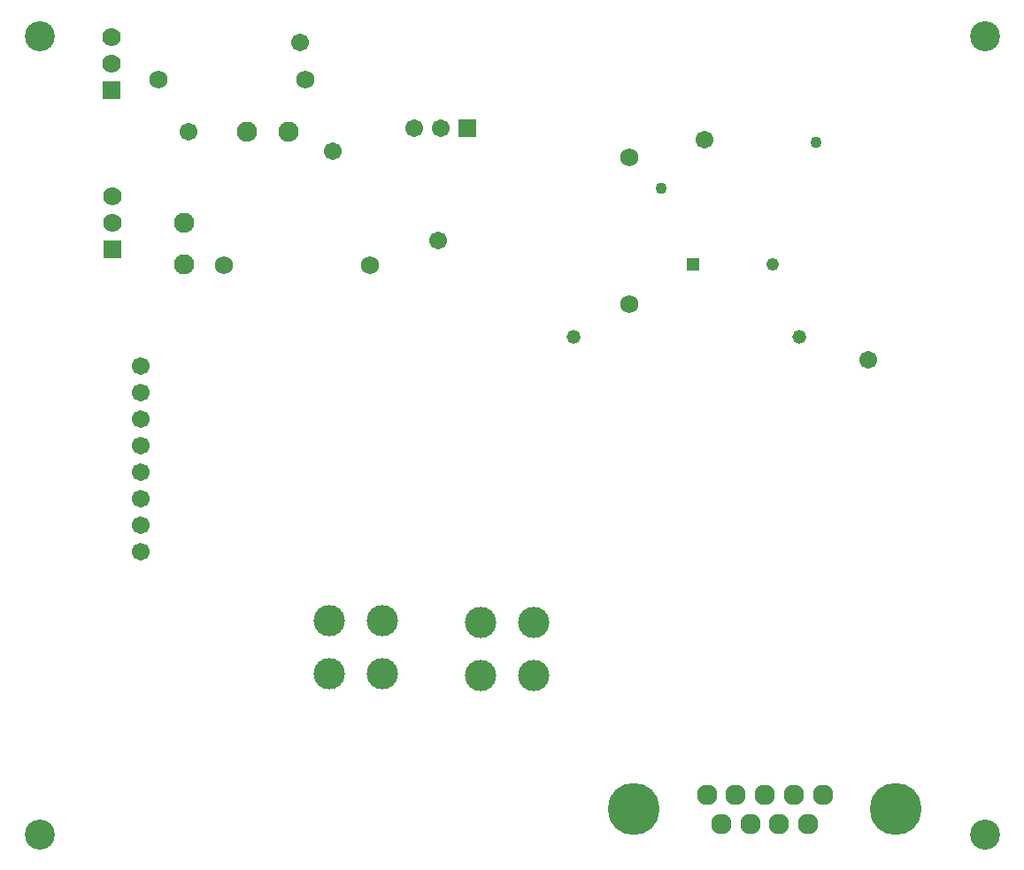
<source format=gbs>
G04*
G04 #@! TF.GenerationSoftware,Altium Limited,Altium Designer,21.7.2 (23)*
G04*
G04 Layer_Color=16711935*
%FSLAX25Y25*%
%MOIN*%
G70*
G04*
G04 #@! TF.SameCoordinates,983130B8-92BF-46AA-B9C2-0BED91E800B6*
G04*
G04*
G04 #@! TF.FilePolarity,Negative*
G04*
G01*
G75*
%ADD24C,0.06706*%
%ADD25C,0.07599*%
%ADD26C,0.05200*%
%ADD27R,0.04900X0.04900*%
%ADD28C,0.04900*%
%ADD29C,0.06800*%
%ADD30C,0.06700*%
%ADD31R,0.06737X0.06737*%
%ADD32C,0.06737*%
%ADD33R,0.07001X0.07001*%
%ADD34C,0.07001*%
%ADD35C,0.11800*%
%ADD36C,0.07709*%
%ADD37C,0.19580*%
%ADD38C,0.11300*%
%ADD39C,0.04300*%
D24*
X262500Y274000D02*
D03*
X324000Y191000D02*
D03*
X122500Y269500D02*
D03*
X110000Y310500D02*
D03*
X68000Y277000D02*
D03*
X162000Y236000D02*
D03*
D25*
X105874Y277000D02*
D03*
X90126D02*
D03*
X66500Y242500D02*
D03*
Y226752D02*
D03*
D26*
X213000Y199500D02*
D03*
X298000D02*
D03*
D27*
X258000Y227000D02*
D03*
D28*
X288000D02*
D03*
D29*
X81441Y226500D02*
D03*
X136559D02*
D03*
X56941Y296500D02*
D03*
X112059D02*
D03*
X234000Y267059D02*
D03*
Y211941D02*
D03*
D30*
X50000Y118500D02*
D03*
Y128500D02*
D03*
Y138500D02*
D03*
Y148500D02*
D03*
Y158500D02*
D03*
Y168500D02*
D03*
Y178500D02*
D03*
Y188500D02*
D03*
D31*
X173000Y278299D02*
D03*
D32*
X163000D02*
D03*
X153000D02*
D03*
D33*
X39500Y232500D02*
D03*
X39000Y292500D02*
D03*
D34*
X39500Y242500D02*
D03*
Y252500D02*
D03*
X39000Y302500D02*
D03*
Y312500D02*
D03*
D35*
X141000Y72500D02*
D03*
X121000D02*
D03*
X141000Y92500D02*
D03*
X121000D02*
D03*
X198000Y72000D02*
D03*
X178000D02*
D03*
X198000Y92000D02*
D03*
X178000D02*
D03*
D36*
X307000Y27000D02*
D03*
X296094D02*
D03*
X285189D02*
D03*
X274284D02*
D03*
X263378D02*
D03*
X301547Y15819D02*
D03*
X290642D02*
D03*
X279736D02*
D03*
X268831D02*
D03*
D37*
X235976Y21409D02*
D03*
X334402D02*
D03*
D38*
X12000Y313000D02*
D03*
X368000Y12000D02*
D03*
Y313000D02*
D03*
X12000Y12000D02*
D03*
D39*
X304500Y273000D02*
D03*
X246000Y255500D02*
D03*
M02*

</source>
